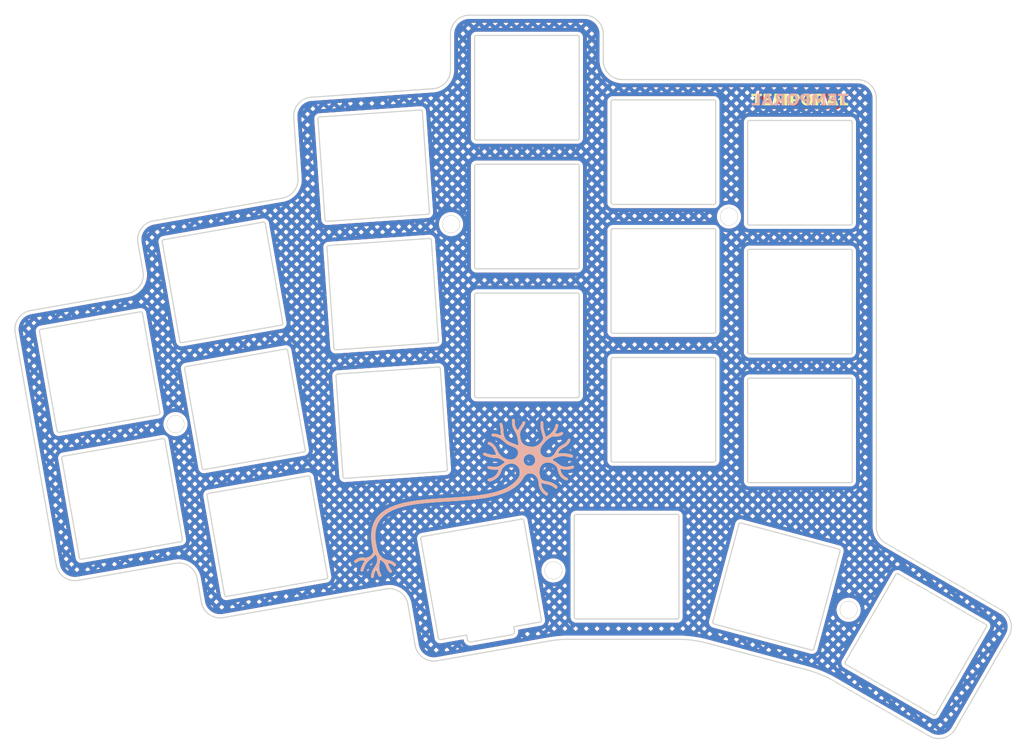
<source format=kicad_pcb>
(kicad_pcb (version 20241229) (generator "pcbnew") (generator_version "9.0")
  (title_block (title "top_plate_42") (date "2025-11-26") (rev "1") (company "Curtis Bollinger"))
  (layers (0 "F.Cu" signal) (2 "B.Cu" signal) (13 "F.Paste" user) (15 "B.Paste" user) (5 "F.SilkS" user "F.Silkscreen") (7 "B.SilkS" user "B.Silkscreen") (1 "F.Mask" user) (3 "B.Mask" user) (25 "Edge.Cuts" user))
  (net 0 "")
  (net 1 "GND")
  (footprint "ceoloide:mounting_hole_npth" (layer "F.Cu") (at 54.090559 73.385346 10)
    (property "Reference" "MH5" (hide yes))
    (property "Value" "")
  )
  (footprint "neuron" (layer "F.Cu") (at 92.172875 83.201437)
    (property "Reference" "G1" (hide yes))
    (property "Value" "G***" (hide yes))
  )
  (footprint "ceoloide:mounting_hole_npth" (layer "F.Cu") (at 142.846837 97.891972 -15)
    (property "Reference" "MH3" (hide yes))
    (property "Value" "")
  )
  (footprint "ceoloide:mounting_hole_npth" (layer "F.Cu") (at 90.422875 47.001437)
    (property "Reference" "MH1" (hide yes))
    (property "Value" "")
  )
  (footprint "ceoloide:mounting_hole_npth" (layer "F.Cu") (at 103.923114 92.693119 10)
    (property "Reference" "MH4" (hide yes))
    (property "Value" "")
  )
  (footprint "ceoloide:mounting_hole_npth" (layer "F.Cu") (at 127.072875 46.001437)
    (property "Reference" "MH2" (hide yes))
    (property "Value" "")
  )
  (gr_line (start 87.557138 48.889529) (end 74.289536 49.81729) (stroke (width 0.15)) (layer "Edge.Cuts"))
  (gr_line (start 36.146028 61.165737) (end 38.455549 74.26368) (stroke (width 0.15)) (layer "Edge.Cuts"))
  (gr_line (start 93.522875 56.351437) (end 93.522875 69.651437) (stroke (width 0.15)) (layer "Edge.Cuts"))
  (gr_line (start 93.522875 39.351437) (end 93.522875 52.651437) (stroke (width 0.15)) (layer "Edge.Cuts"))
  (gr_arc (start 38.745163 74.46647) (mid 38.558395 74.425032) (end 38.455549 74.26368) (stroke (width 0.15)) (layer "Edge.Cuts"))
  (gr_line (start 143.072875 67.321437) (end 129.772875 67.321437) (stroke (width 0.15)) (layer "Edge.Cuts"))
  (gr_arc (start 103.375395 102.005201) (mid 104.672782 101.834399) (end 105.980118 101.777317) (stroke (width 0.15)) (layer "Edge.Cuts"))
  (gr_line (start 125.322875 44.151437) (end 125.322875 30.851437) (stroke (width 0.15)) (layer "Edge.Cuts"))
  (gr_line (start 143.322875 46.871437) (end 143.322875 33.571437) (stroke (width 0.15)) (layer "Edge.Cuts"))
  (gr_line (start 93.772875 35.901437) (end 107.072875 35.901437) (stroke (width 0.15)) (layer "Edge.Cuts"))
  (gr_line (start 129.522875 67.571437) (end 129.522875 80.871437) (stroke (width 0.15)) (layer "Edge.Cuts"))
  (gr_line (start 75.243444 67.04271) (end 76.171205 80.310311) (stroke (width 0.15)) (layer "Edge.Cuts"))
  (gr_arc (start 93.045735 102.125251) (mid 92.746854 102.058978) (end 92.582353 101.800787) (stroke (width 0.15)) (layer "Edge.Cuts"))
  (gr_arc (start 125.322875 61.151437) (mid 125.249637 61.328181) (end 125.072875 61.401437) (stroke (width 0.15)) (layer "Edge.Cuts"))
  (gr_arc (start 111.772875 78.401437) (mid 111.596101 78.328207) (end 111.522875 78.151437) (stroke (width 0.15)) (layer "Edge.Cuts"))
  (gr_line (start 76.438036 80.542263) (end 89.705638 79.614502) (stroke (width 0.15)) (layer "Edge.Cuts"))
  (gr_arc (start 99.732935 85.917804) (mid 99.91971 85.959241) (end 100.022549 86.120594) (stroke (width 0.15)) (layer "Edge.Cuts"))
  (gr_arc (start 143.072875 50.321437) (mid 143.249655 50.394654) (end 143.322875 50.571437) (stroke (width 0.15)) (layer "Edge.Cuts"))
  (gr_line (start 49.136669 49.468428) (end 49.803183 53.248415) (stroke (width 0.15)) (layer "Edge.Cuts"))
  (gr_arc (start 143.072875 67.321437) (mid 143.249655 67.394654) (end 143.322875 67.571437) (stroke (width 0.15)) (layer "Edge.Cuts"))
  (gr_arc (start 93.522875 56.351437) (mid 93.596084 56.174628) (end 93.772875 56.101437) (stroke (width 0.15)) (layer "Edge.Cuts"))
  (gr_arc (start 68.237681 60.037642) (mid 68.196288 60.224472) (end 68.034891 60.327256) (stroke (width 0.15)) (layer "Edge.Cuts"))
  (gr_arc (start 125.072875 30.601437) (mid 125.249655 30.674654) (end 125.322875 30.851437) (stroke (width 0.15)) (layer "Edge.Cuts"))
  (gr_arc (start 57.888967 79.378508) (mid 57.702188 79.337073) (end 57.599353 79.175719) (stroke (width 0.15)) (layer "Edge.Cuts"))
  (gr_line (start 71.993797 30.254279) (end 88.021767 29.133494) (stroke (width 0.15)) (layer "Edge.Cuts"))
  (gr_line (start 98.786581 100.706463) (end 98.682452 100.115919) (stroke (width 0.15)) (layer "Edge.Cuts"))
  (gr_line (start 107.322875 35.651437) (end 107.322875 22.351437) (stroke (width 0.15)) (layer "Edge.Cuts"))
  (gr_arc (start 93.522875 39.351437) (mid 93.596084 39.174628) (end 93.772875 39.101437) (stroke (width 0.15)) (layer "Edge.Cuts"))
  (gr_arc (start 143.322875 46.871437) (mid 143.249637 47.048181) (end 143.072875 47.121437) (stroke (width 0.15)) (layer "Edge.Cuts"))
  (gr_arc (start 86.432202 88.516938) (mid 86.473604 88.330116) (end 86.634992 88.227324) (stroke (width 0.15)) (layer "Edge.Cuts"))
  (gr_arc (start 147.748375 89.116615) (mid 146.833339 88.201545) (end 146.498375 86.951552) (stroke (width 0.15)) (layer "Edge.Cuts"))
  (gr_line (start 120.223694 85.301817) (end 106.923694 85.301817) (stroke (width 0.15)) (layer "Edge.Cuts"))
  (gr_line (start 107.322875 69.651437) (end 107.322875 56.351437) (stroke (width 0.15)) (layer "Edge.Cuts"))
  (gr_arc (start 125.322875 78.151437) (mid 125.249637 78.328181) (end 125.072875 78.401437) (stroke (width 0.15)) (layer "Edge.Cuts"))
  (gr_arc (start 120.473694 98.851817) (mid 120.400464 99.028581) (end 120.223694 99.101817) (stroke (width 0.15)) (layer "Edge.Cuts"))
  (gr_arc (start 128.373246 86.611561) (mid 128.489734 86.459794) (end 128.679433 86.434784) (stroke (width 0.15)) (layer "Edge.Cuts"))
  (gr_arc (start 120.307313 101.777317) (mid 122.265205 101.905646) (end 124.189598 102.28843) (stroke (width 0.15)) (layer "Edge.Cuts"))
  (gr_arc (start 72.871724 33.125532) (mid 72.932441 32.944087) (end 73.103676 32.858702) (stroke (width 0.15)) (layer "Edge.Cuts"))
  (gr_line (start 125.072875 64.601437) (end 111.772875 64.601437) (stroke (width 0.15)) (layer "Edge.Cuts"))
  (gr_arc (start 68.590565 63.478641) (mid 68.777376 63.520046) (end 68.880179 63.681431) (stroke (width 0.15)) (layer "Edge.Cuts"))
  (gr_line (start 90.347375 26.639584) (end 90.347375 21.925937) (stroke (width 0.15)) (layer "Edge.Cuts"))
  (gr_arc (start 71.542584 80.220373) (mid 71.729398 80.261784) (end 71.832198 80.423162) (stroke (width 0.15)) (layer "Edge.Cuts"))
  (gr_line (start 69.674278 32.92258) (end 70.234666 40.936501) (stroke (width 0.15)) (layer "Edge.Cuts"))
  (gr_arc (start 129.522875 67.571437) (mid 129.596084 67.394628) (end 129.772875 67.321437) (stroke (width 0.15)) (layer "Edge.Cuts"))
  (gr_line (start 125.322875 78.151437) (end 125.322875 64.851437) (stroke (width 0.15)) (layer "Edge.Cuts"))
  (gr_circle (center 127.072875 46.001437) (end 128.172875 46.001437) (stroke (width 0.15)) (fill no) (layer "Edge.Cuts"))
  (gr_arc (start 107.998375 19.425937) (mid 109.766145 20.158163) (end 110.498375 21.925937) (stroke (width 0.15)) (layer "Edge.Cuts"))
  (gr_arc (start 107.322875 52.651437) (mid 107.249637 52.828181) (end 107.072875 52.901437) (stroke (width 0.15)) (layer "Edge.Cuts"))
  (gr_arc (start 106.923694 99.101817) (mid 106.746915 99.028593) (end 106.673694 98.851817) (stroke (width 0.15)) (layer "Edge.Cuts"))
  (gr_arc (start 142.500629 105.111096) (mid 142.384141 104.959297) (end 142.409123 104.76959) (stroke (width 0.15)) (layer "Edge.Cuts"))
  (gr_line (start 124.189599 102.288429) (end 137.342844 105.812831) (stroke (width 0.15)) (layer "Edge.Cuts"))
  (gr_line (start 128.373246 86.611561) (end 124.930953 99.458374) (stroke (width 0.15)) (layer "Edge.Cuts"))
  (gr_line (start 72.871724 33.125532) (end 73.799485 46.393134) (stroke (width 0.15)) (layer "Edge.Cuts"))
  (gr_circle (center 142.846837 97.891972) (end 143.946837 97.891972) (stroke (width 0.15)) (fill no) (layer "Edge.Cuts"))
  (gr_line (start 60.394142 98.915805) (end 81.836093 95.13501) (stroke (width 0.15)) (layer "Edge.Cuts"))
  (gr_line (start 153.482619 114.540731) (end 146.922044 110.752981) (stroke (width 0.15)) (layer "Edge.Cuts"))
  (gr_line (start 107.072875 22.101437) (end 93.772875 22.101437) (stroke (width 0.15)) (layer "Edge.Cuts"))
  (gr_line (start 51.164568 46.572288) (end 68.174877 43.572912) (stroke (width 0.15)) (layer "Edge.Cuts"))
  (gr_arc (start 129.522875 50.571437) (mid 129.596084 50.394628) (end 129.772875 50.321437) (stroke (width 0.15)) (layer "Edge.Cuts"))
  (gr_line (start 56.948979 93.774239) (end 57.498002 96.887906) (stroke (width 0.15)) (layer "Edge.Cuts"))
  (gr_arc (start 52.39878 75.308334) (mid 52.585583 75.349746) (end 52.688394 75.511124) (stroke (width 0.15)) (layer "Edge.Cuts"))
  (gr_line (start 75.252176 63.583674) (end 88.519777 62.655913) (stroke (width 0.15)) (layer "Edge.Cuts"))
  (gr_line (start 38.745163 74.46647) (end 51.843106 72.15695) (stroke (width 0.15)) (layer "Edge.Cuts"))
  (gr_line (start 89.937589 79.347672) (end 89.009828 66.08007) (stroke (width 0.15)) (layer "Edge.Cuts"))
  (gr_arc (start 39.098047 77.907469) (mid 39.139483 77.720701) (end 39.300837 77.617855) (stroke (width 0.15)) (layer "Edge.Cuts"))
  (gr_line (start 140.960558 107.311337) (end 146.921948 110.753147) (stroke (width 0.15)) (layer "Edge.Cuts"))
  (gr_line (start 93.772875 52.901437) (end 107.072875 52.901437) (stroke (width 0.15)) (layer "Edge.Cuts"))
  (gr_line (start 160.918767 99.809946) (end 149.400629 93.159946) (stroke (width 0.15)) (layer "Edge.Cuts"))
  (gr_arc (start 129.522875 33.571437) (mid 129.596084 33.394628) (end 129.772875 33.321437) (stroke (width 0.15)) (layer "Edge.Cuts"))
  (gr_line (start 107.322875 52.651437) (end 107.322875 39.351437) (stroke (width 0.15)) (layer "Edge.Cuts"))
  (gr_arc (start 54.936948 62.636777) (mid 54.750125 62.595379) (end 54.647334 62.433987) (stroke (width 0.15)) (layer "Edge.Cuts"))
  (gr_arc (start 60.840986 96.12024) (mid 60.654187 96.078815) (end 60.551372 95.91745) (stroke (width 0.15)) (layer "Edge.Cuts"))
  (gr_line (start 84.732232 97.162909) (end 85.688353 102.585337) (stroke (width 0.15)) (layer "Edge.Cuts"))
  (gr_line (start 71.1897 76.779374) (end 68.880179 63.681431) (stroke (width 0.15)) (layer "Edge.Cuts"))
  (gr_arc (start 49.136669 49.468428) (mid 49.550804 47.600359) (end 51.164568 46.572288) (stroke (width 0.15)) (layer "Edge.Cuts"))
  (gr_line (start 107.072875 56.101437) (end 93.772875 56.101437) (stroke (width 0.15)) (layer "Edge.Cuts"))
  (gr_arc (start 93.772875 69.901437) (mid 93.596101 69.828207) (end 93.522875 69.651437) (stroke (width 0.15)) (layer "Edge.Cuts"))
  (gr_arc (start 76.438036 80.542263) (mid 76.256593 80.481546) (end 76.171205 80.310311) (stroke (width 0.15)) (layer "Edge.Cuts"))
  (gr_arc (start 129.772875 81.121437) (mid 129.596101 81.048207) (end 129.522875 80.871437) (stroke (width 0.15)) (layer "Edge.Cuts"))
  (gr_line (start 68.237681 60.037642) (end 65.92816 46.939699) (stroke (width 0.15)) (layer "Edge.Cuts"))
  (gr_line (start 92.478164 101.209903) (end 92.582353 101.800787) (stroke (width 0.15)) (layer "Edge.Cuts"))
  (gr_line (start 86.432202 88.516938) (end 88.741722 101.614882) (stroke (width 0.15)) (layer "Edge.Cuts"))
  (gr_line (start 138.260729 103.030077) (end 141.703023 90.183264) (stroke (width 0.15)) (layer "Edge.Cuts"))
  (gr_arc (start 156.897683 113.625668) (mid 155.379666 114.790511) (end 153.482619 114.540731) (stroke (width 0.15)) (layer "Edge.Cuts"))
  (gr_arc (start 149.059123 93.251452) (mid 149.210923 93.135012) (end 149.400629 93.159946) (stroke (width 0.15)) (layer "Edge.Cuts"))
  (gr_line (start 54.997915 88.609067) (end 52.688394 75.511124) (stroke (width 0.15)) (layer "Edge.Cuts"))
  (gr_arc (start 93.772875 52.901437) (mid 93.596101 52.828207) (end 93.522875 52.651437) (stroke (width 0.15)) (layer "Edge.Cuts"))
  (gr_line (start 125.072875 30.601437) (end 111.772875 30.601437) (stroke (width 0.15)) (layer "Edge.Cuts"))
  (gr_line (start 54.936948 62.636777) (end 68.034891 60.327256) (stroke (width 0.15)) (layer "Edge.Cuts"))
  (gr_line (start 87.565869 45.430494) (end 86.638108 32.162892) (stroke (width 0.15)) (layer "Edge.Cuts"))
  (gr_line (start 93.045735 102.125251) (end 98.462178 101.170186) (stroke (width 0.15)) (layer "Edge.Cuts"))
  (gr_arc (start 120.223694 85.301817) (mid 120.400469 85.375039) (end 120.473694 85.551817) (stroke (width 0.15)) (layer "Edge.Cuts"))
  (gr_line (start 86.371278 31.930941) (end 73.103676 32.858702) (stroke (width 0.15)) (layer "Edge.Cuts"))
  (gr_arc (start 143.998375 27.925937) (mid 145.766145 28.658163) (end 146.498375 30.425937) (stroke (width 0.15)) (layer "Edge.Cuts"))
  (gr_arc (start 55.289832 66.077775) (mid 55.331265 65.891) (end 55.492622 65.788161) (stroke (width 0.15)) (layer "Edge.Cuts"))
  (gr_line (start 163.973087 101.370708) (end 156.897683 113.625668) (stroke (width 0.15)) (layer "Edge.Cuts"))
  (gr_line (start 98.682452 100.115919) (end 102.12928 99.508151) (stroke (width 0.15)) (layer "Edge.Cuts"))
  (gr_arc (start 52.045896 71.867336) (mid 52.004459 72.054111) (end 51.843106 72.15695) (stroke (width 0.15)) (layer "Edge.Cuts"))
  (gr_line (start 111.522875 64.851437) (end 111.522875 78.151437) (stroke (width 0.15)) (layer "Edge.Cuts"))
  (gr_arc (start 137.342844 105.812831) (mid 139.200812 106.443521) (end 140.960558 107.311337) (stroke (width 0.15)) (layer "Edge.Cuts"))
  (gr_line (start 105.980118 101.777317) (end 120.307313 101.777317) (stroke (width 0.15)) (layer "Edge.Cuts"))
  (gr_line (start 149.059123 93.251452) (end 142.409123 104.76959) (stroke (width 0.15)) (layer "Edge.Cuts"))
  (gr_arc (start 125.322875 44.151437) (mid 125.249637 44.328181) (end 125.072875 44.401437) (stroke (width 0.15)) (layer "Edge.Cuts"))
  (gr_arc (start 111.772875 61.401437) (mid 111.596101 61.328207) (end 111.522875 61.151437) (stroke (width 0.15)) (layer "Edge.Cuts"))
  (gr_arc (start 107.072875 22.101437) (mid 107.249655 22.174654) (end 107.322875 22.351437) (stroke (width 0.15)) (layer "Edge.Cuts"))
  (gr_arc (start 143.072875 33.321437) (mid 143.249655 33.394654) (end 143.322875 33.571437) (stroke (width 0.15)) (layer "Edge.Cuts"))
  (gr_line (start 57.888967 79.378508) (end 70.98691 77.068988) (stroke (width 0.15)) (layer "Edge.Cuts"))
  (gr_line (start 74.057584 50.084121) (end 74.985345 63.351723) (stroke (width 0.15)) (layer "Edge.Cuts"))
  (gr_line (start 111.772875 44.401437) (end 125.072875 44.401437) (stroke (width 0.15)) (layer "Edge.Cuts"))
  (gr_arc (start 74.066315 46.625085) (mid 73.884879 46.564362) (end 73.799485 46.393134) (stroke (width 0.15)) (layer "Edge.Cuts"))
  (gr_line (start 32.944884 61.298121) (end 38.354198 91.975868) (stroke (width 0.15)) (layer "Edge.Cuts"))
  (gr_arc (start 111.522875 47.851437) (mid 111.596084 47.674628) (end 111.772875 47.601437) (stroke (width 0.15)) (layer "Edge.Cuts"))
  (gr_line (start 89.031336 101.817671) (end 92.478164 101.209903) (stroke (width 0.15)) (layer "Edge.Cuts"))
  (gr_arc (start 141.526246 89.877077) (mid 141.678045 89.993565) (end 141.703023 90.183264) (stroke (width 0.15)) (layer "Edge.Cuts"))
  (gr_line (start 49.446761 58.566603) (end 36.348818 60.876123) (stroke (width 0.15)) (layer "Edge.Cuts"))
  (gr_line (start 41.697182 91.208202) (end 54.795125 88.898681) (stroke (width 0.15)) (layer "Edge.Cuts"))
  (gr_line (start 55.289832 66.077775) (end 57.599353 79.175719) (stroke (width 0.15)) (layer "Edge.Cuts"))
  (gr_arc (start 129.772875 47.121437) (mid 129.596101 47.048207) (end 129.522875 46.871437) (stroke (width 0.15)) (layer "Edge.Cuts"))
  (gr_arc (start 86.371278 31.930941) (mid 86.552711 31.991663) (end 86.638108 32.162892) (stroke (width 0.15)) (layer "Edge.Cuts"))
  (gr_line (start 41.250338 94.003767) (end 54.052839 91.74634) (stroke (width 0.15)) (layer "Edge.Cuts"))
  (gr_arc (start 107.072875 39.101437) (mid 107.249655 39.174654) (end 107.322875 39.351437) (stroke (width 0.15)) (layer "Edge.Cuts"))
  (gr_arc (start 74.141719 93.521106) (mid 74.100297 93.707905) (end 73.938929 93.81072) (stroke (width 0.15)) (layer "Edge.Cuts"))
  (gr_line (start 147.748375 89.116615) (end 163.058024 97.955645) (stroke (width 0.15)) (layer "Edge.Cuts"))
  (gr_line (start 88.751729 62.389083) (end 87.823968 49.121481) (stroke (width 0.15)) (layer "Edge.Cuts"))
  (gr_line (start 93.522875 22.351437) (end 93.522875 35.651437) (stroke (width 0.15)) (layer "Edge.Cuts"))
  (gr_arc (start 54.052839 91.74634) (mid 55.920901 92.160479) (end 56.948979 93.774239) (stroke (width 0.15)) (layer "Edge.Cuts"))
  (gr_arc (start 90.347375 21.925937) (mid 91.079593 20.158137) (end 92.847375 19.425937) (stroke (width 0.15)) (layer "Edge.Cuts"))
  (gr_line (start 112.998375 27.925937) (end 143.998375 27.925937) (stroke (width 0.15)) (layer "Edge.Cuts"))
  (gr_line (start 129.772875 81.121437) (end 143.072875 81.121437) (stroke (width 0.15)) (layer "Edge.Cuts"))
  (gr_arc (start 71.1897 76.779374) (mid 71.148293 76.966188) (end 70.98691 77.068988) (stroke (width 0.15)) (layer "Edge.Cuts"))
  (gr_arc (start 102.332069 99.218537) (mid 102.290678 99.405367) (end 102.12928 99.508151) (stroke (width 0.15)) (layer "Edge.Cuts"))
  (gr_line (start 68.590565 63.478641) (end 55.492622 65.788161) (stroke (width 0.15)) (layer "Edge.Cuts"))
  (gr_arc (start 60.394142 98.915805) (mid 58.52607 98.501675) (end 57.498002 96.887906) (stroke (width 0.15)) (layer "Edge.Cuts"))
  (gr_arc (start 52.337813 49.336044) (mid 52.379212 49.149221) (end 52.540603 49.04643) (stroke (width 0.15)) (layer "Edge.Cuts"))
  (gr_arc (start 88.742998 65.848118) (mid 88.924425 65.908847) (end 89.009828 66.08007) (stroke (width 0.15)) (layer "Edge.Cuts"))
  (gr_line (start 129.522875 50.571437) (end 129.522875 63.871437) (stroke (width 0.15)) (layer "Edge.Cuts"))
  (gr_line (start 52.337813 49.336044) (end 54.647334 62.433987) (stroke (width 0.15)) (layer "Edge.Cuts"))
  (gr_line (start 47.775284 56.144555) (end 34.972783 58.401982) (stroke (width 0.15)) (layer "Edge.Cuts"))
  (gr_arc (start 125.072875 64.601437) (mid 125.249655 64.674654) (end 125.322875 64.851437) (stroke (width 0.15)) (layer "Edge.Cuts"))
  (gr_arc (start 143.322875 80.871437) (mid 143.249637 81.048181) (end 143.072875 81.121437) (stroke (width 0.15)) (layer "Edge.Cuts"))
  (gr_arc (start 125.10773 99.764561) (mid 124.955918 99.648085) (end 124.930953 99.458374) (stroke (width 0.15)) (layer "Edge.Cuts"))
  (gr_arc (start 65.638546 46.736909) (mid 65.825376 46.778303) (end 65.92816 46.939699) (stroke (width 0.15)) (layer "Edge.Cuts"))
  (gr_arc (start 93.522875 22.351437) (mid 93.596084 22.174628) (end 93.772875 22.101437) (stroke (width 0.15)) (layer "Edge.Cuts"))
  (gr_line (start 74.066315 46.625085) (end 87.333917 45.697324) (stroke (width 0.15)) (layer "Edge.Cuts"))
  (gr_arc (start 143.322875 63.871437) (mid 143.249637 64.048181) (end 143.072875 64.121437) (stroke (width 0.15)) (layer "Edge.Cuts"))
  (gr_arc (start 87.557138 48.889529) (mid 87.738601 48.950235) (end 87.823968 49.121481) (stroke (width 0.15)) (layer "Edge.Cuts"))
  (gr_arc (start 138.260729 103.030077) (mid 138.144253 103.18192) (end 137.954543 103.206854) (stroke (width 0.15)) (layer "Edge.Cuts"))
  (gr_arc (start 74.057584 50.084121) (mid 74.118304 49.902671) (end 74.289536 49.81729) (stroke (width 0.15)) (layer "Edge.Cuts"))
  (gr_line (start 99.732935 85.917804) (end 86.634992 88.227324) (stroke (width 0.15)) (layer "Edge.Cuts"))
  (gr_arc (start 58.241851 82.819507) (mid 58.283265 82.632693) (end 58.444641 82.529893) (stroke (width 0.15)) (layer "Edge.Cuts"))
  (gr_arc (start 54.997915 88.609067) (mid 54.956511 88.795889) (end 54.795125 88.898681) (stroke (width 0.15)) (layer "Edge.Cuts"))
  (gr_line (start 65.638546 46.736909) (end 52.540603 49.04643) (stroke (width 0.15)) (layer "Edge.Cuts"))
  (gr_line (start 141.526246 89.877077) (end 128.679433 86.434784) (stroke (width 0.15)) (layer "Edge.Cuts"))
  (gr_line (start 106.673694 85.551817) (end 106.673694 98.851817) (stroke (width 0.15)) (layer "Edge.Cuts"))
  (gr_line (start 129.772875 64.121437) (end 143.072875 64.121437) (stroke (width 0.15)) (layer "Edge.Cuts"))
  (gr_line (start 143.322875 80.871437) (end 143.322875 67.571437) (stroke (width 0.15)) (layer "Edge.Cuts"))
  (gr_arc (start 69.674278 32.92258) (mid 70.281418 31.108045) (end 71.993797 30.254279) (stroke (width 0.15)) (layer "Edge.Cuts"))
  (gr_line (start 107.998375 19.425937) (end 92.847375 19.425937) (stroke (width 0.15)) (layer "Edge.Cuts"))
  (gr_arc (start 81.836093 95.13501) (mid 83.704139 95.549157) (end 84.732232 97.162909) (stroke (width 0.15)) (layer "Edge.Cuts"))
  (gr_circle (center 54.090559 73.385346) (end 55.190559 73.385346) (stroke (width 0.15)) (fill no) (layer "Edge.Cuts"))
  (gr_line (start 110.498375 25.425937) (end 110.498375 21.925937) (stroke (width 0.15)) (layer "Edge.Cuts"))
  (gr_line (start 143.322875 63.871437) (end 143.322875 50.571437) (stroke (width 0.15)) (layer "Edge.Cuts"))
  (gr_arc (start 107.322875 69.651437) (mid 107.249637 69.828181) (end 107.072875 69.901437) (stroke (width 0.15)) (layer "Edge.Cuts"))
  (gr_arc (start 41.697182 91.208202) (mid 41.510395 91.166774) (end 41.407568 91.005412) (stroke (width 0.15)) (layer "Edge.Cuts"))
  (gr_arc (start 111.772875 44.401437) (mid 111.596101 44.328207) (end 111.522875 44.151437) (stroke (width 0.15)) (layer "Edge.Cuts"))
  (gr_line (start 60.840986 96.12024) (end 73.938929 93.81072) (stroke (width 0.15)) (layer "Edge.Cuts"))
  (gr_arc (start 49.803183 53.248415) (mid 49.389025 55.116446) (end 47.775284 56.144555) (stroke (width 0.15)) (layer "Edge.Cuts"))
  (gr_arc (start 41.250338 94.003767) (mid 39.382279 93.589626) (end 38.354198 91.975868) (stroke (width 0.15)) (layer "Edge.Cuts"))
  (gr_line (start 111.522875 30.851437) (end 111.522875 44.151437) (stroke (width 0.15)) (layer "Edge.Cuts"))
  (gr_arc (start 87.565869 45.430494) (mid 87.505141 45.61192) (end 87.333917 45.697324) (stroke (width 0.15)) (layer "Edge.Cuts"))
  (gr_arc (start 111.522875 30.851437) (mid 111.596084 30.674628) (end 111.772875 30.601437) (stroke (width 0.15)) (layer "Edge.Cuts"))
  (gr_arc (start 49.446761 58.566603) (mid 49.633582 58.608004) (end 49.736375 58.769392) (stroke (width 0.15)) (layer "Edge.Cuts"))
  (gr_arc (start 106.673694 85.551817) (mid 106.746911 85.375027) (end 106.923694 85.301817) (stroke (width 0.15)) (layer "Edge.Cuts"))
  (gr_line (start 143.072875 50.321437) (end 129.772875 50.321437) (stroke (width 0.15)) (layer "Edge.Cuts"))
  (gr_line (start 154.360274 111.66959) (end 161.010273 100.151452) (stroke (width 0.15)) (layer "Edge.Cuts"))
  (gr_circle (center 103.923114 92.693119) (end 105.023114 92.693119) (stroke (width 0.15)) (fill no) (layer "Edge.Cuts"))
  (gr_line (start 93.772875 69.901437) (end 107.072875 69.901437) (stroke (width 0.15)) (layer "Edge.Cuts"))
  (gr_line (start 125.072875 47.601437) (end 111.772875 47.601437) (stroke (width 0.15)) (layer "Edge.Cuts"))
  (gr_line (start 52.045896 71.867336) (end 49.736375 58.769392) (stroke (width 0.15)) (layer "Edge.Cuts"))
  (gr_line (start 143.072875 33.321437) (end 129.772875 33.321437) (stroke (width 0.15)) (layer "Edge.Cuts"))
  (gr_arc (start 107.322875 35.651437) (mid 107.249637 35.828181) (end 107.072875 35.901437) (stroke (width 0.15)) (layer "Edge.Cuts"))
  (gr_line (start 125.10773 99.764561) (end 137.954543 103.206854) (stroke (width 0.15)) (layer "Edge.Cuts"))
  (gr_arc (start 160.918767 99.809946) (mid 161.035295 99.961751) (end 161.010273 100.151452) (stroke (width 0.15)) (layer "Edge.Cuts"))
  (gr_arc (start 98.786641 100.706804) (mid 98.720444 101.005654) (end 98.462338 101.170158) (stroke (width 0.15)) (layer "Edge.Cuts"))
  (gr_arc (start 36.146028 61.165737) (mid 36.187431 60.978922) (end 36.348818 60.876123) (stroke (width 0.15)) (layer "Edge.Cuts"))
  (gr_circle (center 90.422875 47.001437) (end 91.522875 47.001437) (stroke (width 0.15)) (fill no) (layer "Edge.Cuts"))
  (gr_line (start 111.772875 78.401437) (end 125.072875 78.401437) (stroke (width 0.15)) (layer "Edge.Cuts"))
  (gr_arc (start 89.031336 101.817671) (mid 88.844522 101.776267) (end 88.741722 101.614881) (stroke (width 0.15)) (layer "Edge.Cuts"))
  (gr_line (start 58.241851 82.819507) (end 60.551372 95.91745) (stroke (width 0.15)) (layer "Edge.Cuts"))
  (gr_arc (start 163.058024 97.955645) (mid 164.222822 99.473661) (end 163.973087 101.370708) (stroke (width 0.15)) (layer "Edge.Cuts"))
  (gr_line (start 142.500629 105.111096) (end 154.018767 111.761096) (stroke (width 0.15)) (layer "Edge.Cuts"))
  (gr_line (start 39.098047 77.907469) (end 41.407568 91.005412) (stroke (width 0.15)) (layer "Edge.Cuts"))
  (gr_line (start 146.498375 86.951552) (end 146.498375 30.425937) (stroke (width 0.15)) (layer "Edge.Cuts"))
  (gr_arc (start 70.234666 40.936501) (mid 69.710783 42.650039) (end 68.174877 43.572912) (stroke (width 0.15)) (layer "Edge.Cuts"))
  (gr_line (start 88.742998 65.848118) (end 75.475396 66.775879) (stroke (width 0.15)) (layer "Edge.Cuts"))
  (gr_arc (start 75.252175 63.583674) (mid 75.070703 63.522974) (end 74.985345 63.351722) (stroke (width 0.15)) (layer "Edge.Cuts"))
  (gr_arc (start 75.243444 67.042709) (mid 75.304172 66.861285) (end 75.475396 66.775879) (stroke (width 0.15)) (layer "Edge.Cuts"))
  (gr_arc (start 154.360274 111.66959) (mid 154.208476 111.786055) (end 154.018767 111.761096) (stroke (width 0.15)) (layer "Edge.Cuts"))
  (gr_line (start 125.322875 61.151437) (end 125.322875 47.851437) (stroke (width 0.15)) (layer "Edge.Cuts"))
  (gr_line (start 74.141719 93.521106) (end 71.832198 80.423162) (stroke (width 0.15)) (layer "Edge.Cuts"))
  (gr_arc (start 111.522875 64.851437) (mid 111.596084 64.674628) (end 111.772875 64.601437) (stroke (width 0.15)) (layer "Edge.Cuts"))
  (gr_line (start 120.473694 98.851817) (end 120.473694 85.551817) (stroke (width 0.15)) (layer "Edge.Cuts"))
  (gr_line (start 129.522875 33.571437) (end 129.522875 46.871437) (stroke (width 0.15)) (layer "Edge.Cuts"))
  (gr_line (start 52.39878 75.308334) (end 39.300837 77.617855) (stroke (width 0.15)) (layer "Edge.Cuts"))
  (gr_arc (start 88.584493 104.613236) (mid 86.716445 104.199084) (end 85.688353 102.585337) (stroke (width 0.15)) (layer "Edge.Cuts"))
  (gr_line (start 102.332069 99.218537) (end 100.022549 86.120593) (stroke (width 0.15)) (layer "Edge.Cuts"))
  (gr_arc (start 89.937589 79.347672) (mid 89.876871 79.529118) (end 89.705637 79.614502) (stroke (width 0.15)) (layer "Edge.Cuts"))
  (gr_arc (start 125.072875 47.601437) (mid 125.249655 47.674654) (end 125.322875 47.851437) (stroke (width 0.15)) (layer "Edge.Cuts"))
  (gr_line (start 129.772875 47.121437) (end 143.072875 47.121437) (stroke (width 0.15)) (layer "Edge.Cuts"))
  (gr_line (start 106.923694 99.101817) (end 120.223694 99.101817) (stroke (width 0.15)) (layer "Edge.Cuts"))
  (gr_arc (start 93.772875 35.901437) (mid 93.596101 35.828207) (end 93.522875 35.651437) (stroke (width 0.15)) (layer "Edge.Cuts"))
  (gr_line (start 111.772875 61.401437) (end 125.072875 61.401437) (stroke (width 0.15)) (layer "Edge.Cuts"))
  (gr_arc (start 129.772875 64.121437) (mid 129.596101 64.048207) (end 129.522875 63.871437) (stroke (width 0.15)) (layer "Edge.Cuts"))
  (gr_line (start 111.522875 47.851437) (end 111.522875 61.151437) (stroke (width 0.15)) (layer "Edge.Cuts"))
  (gr_arc (start 88.751729 62.389083) (mid 88.691009 62.570534) (end 88.519777 62.655913) (stroke (width 0.15)) (layer "Edge.Cuts"))
  (gr_arc (start 107.072875 56.101437) (mid 107.249655 56.174654) (end 107.322875 56.351437) (stroke (width 0.15)) (layer "Edge.Cuts"))
  (gr_line (start 71.542584 80.220373) (end 58.444641 82.529893) (stroke (width 0.15)) (layer "Edge.Cuts"))
  (gr_arc (start 32.944884 61.298121) (mid 33.359023 59.43006) (end 34.972783 58.401982) (stroke (width 0.15)) (layer "Edge.Cuts"))
  (gr_arc (start 112.998375 27.925937) (mid 111.230611 27.193697) (end 110.498375 25.425937) (stroke (width 0.15)) (layer "Edge.Cuts"))
  (gr_arc (start 90.347375 26.639584) (mid 89.675764 28.344581) (end 88.021767 29.133494) (stroke (width 0.15)) (layer "Edge.Cuts"))
  (gr_line (start 107.072875 39.101437) (end 93.772875 39.101437) (stroke (width 0.15)) (layer "Edge.Cuts"))
  (gr_line (start 88.584493 104.613236) (end 103.375395 102.005201) (stroke (width 0.15)) (layer "Edge.Cuts"))
  (gr_text "TEMPORAL" (at 136.422875 30.701437 0) (layer "F.SilkS") (effects (font (size 1.5 1.5))))
  (gr_text "TEMPORAL" (at 136.422875 30.701437 0) (layer "B.SilkS") (effects (font (size 1.5 1.5)) (justify mirror)))
  (zone (net 0) (net_name "") (layer "F.Cu") (name "TEXT_TEMPORAL_3") (connect_pads (clearance 0)) (min_thickness 0.25)
    (keepout (tracks allowed) (vias allowed) (pads allowed) (copperpour not_allowed) (footprints allowed))
    (fill (thermal_gap 0.5) (thermal_bridge_width 0.5))
    (polygon (pts (xy 135.941247 29.795378) (xy 136.033796 29.816531) (xy 136.119205 29.852528) (xy 136.192432 29.902718) (xy 136.252938 29.96664) (xy 136.298494 30.043493) (xy 136.326549 30.130614) (xy 136.336413 30.233636) (xy 136.326297 30.336682) (xy 136.297487 30.423871) (xy 136.251065 30.500701) (xy 136.190234 30.564647) (xy 136.117166 30.61484) (xy 136.032605 30.650834) (xy 135.941002 30.671896) (xy 135.840356 30.679135) (xy 135.575566 30.679135) (xy 135.575566 31.22227) (xy 135.567372 31.279676) (xy 135.546165 31.315052) (xy 135.510899 31.336264) (xy 135.45375 31.344453) (xy 135.398447 31.336338) (xy 135.363441 31.315052) (xy 135.342229 31.279698) (xy 135.33404 31.222454) (xy 135.33404 30.456386) (xy 135.575566 30.456386) (xy 135.840264 30.456386) (xy 135.891551 30.452861) (xy 135.9379 30.442647) (xy 135.980646 30.425168) (xy 136.01676 30.401248) (xy 136.04676 30.370452) (xy 136.070249 30.33228) (xy 136.084943 30.288288) (xy 136.090216 30.233636) (xy 136.081308 30.162346) (xy 136.056623 30.107879) (xy 136.016669 30.066116) (xy 135.96521 30.035802) (xy 135.90698 30.017304) (xy 135.840264 30.010887) (xy 135.670088 30.010887) (xy 135.627883 30.017227) (xy 135.599655 30.034243) (xy 135.582124 30.061901) (xy 135.575566 30.104218) (xy 135.575566 30.456386) (xy 135.33404 30.456386) (xy 135.33404 30.104218) (xy 135.33404 29.973243) (xy 135.339842 29.911756) (xy 135.3554 29.866449) (xy 135.379195 29.833383) (xy 135.412266 29.809533) (xy 135.457548 29.793948) (xy 135.518963 29.788137) (xy 135.840539 29.788137)))
  )
  (zone (net 0) (net_name "") (layer "F.Cu") (name "TEXT_TEMPORAL_1") (connect_pads (clearance 0)) (min_thickness 0.25)
    (keepout (tracks allowed) (vias allowed) (pads allowed) (copperpour not_allowed) (footprints allowed))
    (fill (thermal_gap 0.5) (thermal_bridge_width 0.5))
    (polygon (pts (xy 137.160258 29.779801) (xy 137.246983 29.805568) (xy 137.31772 29.846206) (xy 137.379553 29.901105) (xy 137.431058 29.964909) (xy 137.472783 30.038547) (xy 137.518309 30.159154) (xy 137.547155 30.291888) (xy 137.562289 30.426952) (xy 137.567122 30.550542) (xy 137.562285 30.678269) (xy 137.547155 30.817529) (xy 137.517942 30.954019) (xy 137.471684 31.076183) (xy 137.429362 31.150558) (xy 137.377506 31.215066) (xy 137.315613 31.27063) (xy 137.244829 31.311973) (xy 137.158748 31.338057) (xy 137.053571 31.347384) (xy 136.947095 31.337997) (xy 136.860799 31.311863) (xy 136.790613 31.27063) (xy 136.729333 31.215134) (xy 136.677767 31.150629) (xy 136.635458 31.076183) (xy 136.589177 30.954304) (xy 136.559987 30.819636) (xy 136.544924 30.68248) (xy 136.540116 30.556953) (xy 136.781637 30.556953) (xy 136.790064 30.725297) (xy 136.803605 30.820296) (xy 136.826883 30.909395) (xy 136.862527 30.991222) (xy 136.91014 31.057773) (xy 136.950166 31.09148) (xy 136.997246 31.111722) (xy 137.053571 31.118773) (xy 137.111264 31.111641) (xy 137.158603 31.09133) (xy 137.19801 31.057773) (xy 137.244883 30.991289) (xy 137.280259 30.909395) (xy 137.303607 30.820292) (xy 137.31717 30.725297) (xy 137.325597 30.556953) (xy 137.31717 30.390624) (xy 137.303578 30.295697) (xy 137.280259 30.207533) (xy 137.244943 30.126579) (xy 137.19801 30.060255) (xy 137.158596 30.026643) (xy 137.111258 30.006304) (xy 137.053571 29.999163) (xy 136.997253 30.006222) (xy 136.950173 30.026492) (xy 136.91014 30.060255) (xy 136.862527 30.126806) (xy 136.826883 30.208632) (xy 136.803585 30.297533) (xy 136.790064 30.391723) (xy 136.781637 30.556953) (xy 136.540116 30.556953) (xy 136.540112 30.556861) (xy 136.544692 30.431274) (xy 136.558979 30.295094) (xy 136.587097 30.161423) (xy 136.632344 30.040654) (xy 136.67403 29.966961) (xy 136.725532 29.902807) (xy 136.787407 29.847305) (xy 136.85831 29.806111) (xy 136.945653 29.779956) (xy 137.053571 29.770552)))
  )
  (zone (net 0) (net_name "") (layer "F.Cu") (name "TEXT_TEMPORAL_4") (connect_pads (clearance 0)) (min_thickness 0.25)
    (keepout (tracks allowed) (vias allowed) (pads allowed) (copperpour not_allowed) (footprints allowed))
    (fill (thermal_gap 0.5) (thermal_bridge_width 0.5))
    (polygon (pts (xy 138.458903 29.795378) (xy 138.551451 29.816531) (xy 138.63687 29.852578) (xy 138.710087 29.902718) (xy 138.770588 29.966655) (xy 138.81615 30.043585) (xy 138.844207 30.130785) (xy 138.854068 30.23382) (xy 138.848052 30.315417) (xy 138.830896 30.386227) (xy 138.802684 30.450956) (xy 138.765683 30.50612) (xy 138.71992 30.553969) (xy 138.665757 30.595421) (xy 138.605304 30.628377) (xy 138.538537 30.652116) (xy 138.805159 31.192961) (xy 138.825093 31.246124) (xy 138.828212 31.282435) (xy 138.819905 31.307633) (xy 138.800912 31.3262) (xy 138.767562 31.339207) (xy 138.712835 31.344453) (xy 138.666927 31.340189) (xy 138.63196 31.328608) (xy 138.602957 31.306983) (xy 138.576273 31.268615) (xy 138.294905 30.679135) (xy 138.093221 30.679135) (xy 138.093221 31.22227) (xy 138.085027 31.279676) (xy 138.063821 31.315052) (xy 138.028555 31.336264) (xy 137.971405 31.344453) (xy 137.916102 31.336338) (xy 137.881096 31.315052) (xy 137.859884 31.279698) (xy 137.851696 31.222454) (xy 137.851696 30.456386) (xy 138.093221 30.456386) (xy 138.35792 30.456386) (xy 138.409206 30.452861) (xy 138.455556 30.442647) (xy 138.498301 30.425168) (xy 138.534416 30.401248) (xy 138.564416 30.370452) (xy 138.587905 30.33228) (xy 138.602598 30.288288) (xy 138.607872 30.233636) (xy 138.599062 30.162259) (xy 138.574684 30.107798) (xy 138.535331 30.066116) (xy 138.484526 30.035926) (xy 138.426026 30.01737) (xy 138.35792 30.010887) (xy 138.187743 30.010887) (xy 138.145538 30.017227) (xy 138.11731 30.034243) (xy 138.09978 30.061901) (xy 138.093221 30.104218) (xy 138.093221 30.456386) (xy 137.851696 30.456386) (xy 137.851696 30.104218) (xy 137.851696 29.973243) (xy 137.857498 29.911756) (xy 137.873056 29.866449) (xy 137.89685 29.833383) (xy 137.929922 29.809533) (xy 137.975203 29.793948) (xy 138.036618 29.788137) (xy 138.358194 29.788137)))
  )
  (zone (net 0) (net_name "") (layer "F.Cu") (name "TEXT_TEMPORAL_5") (connect_pads (clearance 0)) (min_thickness 0.25)
    (keepout (tracks allowed) (vias allowed) (pads allowed) (copperpour not_allowed) (footprints allowed))
    (fill (thermal_gap 0.5) (thermal_bridge_width 0.5))
    (polygon (pts (xy 132.139069 31.213661) (xy 132.130926 31.270924) (xy 132.109852 31.306259) (xy 132.074882 31.32748) (xy 132.018261 31.33566) (xy 131.963302 31.327595) (xy 131.927677 31.306259) (xy 131.90591 31.270831) (xy 131.897544 31.213661) (xy 131.897544 30.016749) (xy 131.606284 30.016749) (xy 131.556671 30.008632) (xy 131.522387 29.986341) (xy 131.500901 29.951318) (xy 131.493077 29.901436) (xy 131.500966 29.851666) (xy 131.522478 29.817538) (xy 131.55677 29.796023) (xy 131.60665 29.788137) (xy 132.434725 29.788137) (xy 132.48451 29.796023) (xy 132.518714 29.817538) (xy 132.540297 29.851675) (xy 132.548207 29.901436) (xy 132.540297 29.951285) (xy 132.518531 29.986341) (xy 132.483935 30.008617) (xy 132.433718 30.016749) (xy 132.139069 30.016749)))
  )
  (zone (net 0) (net_name "") (layer "F.Cu") (name "TEXT_TEMPORAL_2") (connect_pads (clearance 0)) (min_thickness 0.25)
    (keepout (tracks allowed) (vias allowed) (pads allowed) (copperpour not_allowed) (footprints allowed))
    (fill (thermal_gap 0.5) (thermal_bridge_width 0.5))
    (polygon (pts (xy 139.64463 29.777756) (xy 139.69863 29.80554) (xy 139.738868 29.851415) (xy 139.767964 29.921311) (xy 140.099707 31.189389) (xy 140.108225 31.242656) (xy 140.10408 31.280843) (xy 140.090273 31.308458) (xy 140.067138 31.329061) (xy 140.03433 31.342392) (xy 139.988424 31.347384) (xy 139.941959 31.341796) (xy 139.911762 31.327325) (xy 139.889901 31.303524) (xy 139.875034 31.26944) (xy 139.793152 30.942918) (xy 139.347927 30.942918) (xy 139.266045 31.26944) (xy 139.250988 31.305124) (xy 139.229225 31.328424) (xy 139.199209 31.342072) (xy 139.152655 31.347384) (xy 139.105323 31.342315) (xy 139.072298 31.328926) (xy 139.049707 31.308458) (xy 139.036493 31.280933) (xy 139.032702 31.242742) (xy 139.041372 31.189389) (xy 139.157991 30.743615) (xy 139.398302 30.743615) (xy 139.742685 30.743615) (xy 139.581027 30.106142) (xy 139.570494 30.091396) (xy 139.560052 30.106142) (xy 139.398302 30.743615) (xy 139.157991 30.743615) (xy 139.373115 29.921311) (xy 139.40214 29.851417) (xy 139.442358 29.80554) (xy 139.496423 29.77775) (xy 139.570494 29.767621)))
  )
  (zone (net 0) (net_name "") (layer "F.Cu") (name "TEXT_TEMPORAL_0") (connect_pads (clearance 0)) (min_thickness 0.25)
    (keepout (tracks allowed) (vias allowed) (pads allowed) (copperpour not_allowed) (footprints allowed))
    (fill (thermal_gap 0.5) (thermal_bridge_width 0.5))
    (polygon (pts (xy 135.052158 31.283233) (xy 135.031424 31.317983) (xy 134.997344 31.339306) (xy 134.943862 31.347384) (xy 134.890051 31.339337) (xy 134.855111 31.317983) (xy 134.833611 31.283135) (xy 134.825527 31.229598) (xy 134.825527 30.052286) (xy 134.664052 30.701942) (xy 134.647445 30.744925) (xy 134.621096 30.773383) (xy 134.585417 30.790337) (xy 134.538206 30.796464) (xy 134.49114 30.790346) (xy 134.455407 30.773383) (xy 134.429079 30.744923) (xy 134.412543 30.701942) (xy 134.251068 30.052286) (xy 134.251068 31.229598) (xy 134.242984 31.283135) (xy 134.221484 31.317983) (xy 134.186543 31.339337) (xy 134.132732 31.347384) (xy 134.07917 31.339302) (xy 134.045079 31.317983) (xy 134.024415 31.283242) (xy 134.016595 31.229598) (xy 134.016595 29.991286) (xy 134.022863 29.918399) (xy 134.039612 29.864557) (xy 134.064955 29.825232) (xy 134.10089 29.796092) (xy 134.149336 29.777432) (xy 134.21434 29.770552) (xy 134.288197 29.780052) (xy 134.338446 29.805265) (xy 134.374865 29.846988) (xy 134.399445 29.909312) (xy 134.538297 30.479009) (xy 134.677149 29.909312) (xy 134.702651 29.847367) (xy 134.742362 29.805265) (xy 134.795924 29.77984) (xy 134.868575 29.770552) (xy 134.929365 29.77717) (xy 134.975899 29.79535) (xy 135.011548 29.824133) (xy 135.037059 29.862779) (xy 135.05378 29.915001) (xy 135.06 29.984967) (xy 135.06 31.229598)))
  )
  (zone (net 0) (net_name "") (layer "F.Cu") (name "TEXT_TEMPORAL_6") (connect_pads (clearance 0)) (min_thickness 0.25)
    (keepout (tracks allowed) (vias allowed) (pads allowed) (copperpour not_allowed) (footprints allowed))
    (fill (thermal_gap 0.5) (thermal_bridge_width 0.5))
    (polygon (pts (xy 133.690521 29.796077) (xy 133.722129 29.817263) (xy 133.741348 29.850639) (xy 133.748416 29.898505) (xy 133.741278 29.948131) (xy 133.722129 29.981761) (xy 133.690521 30.002947) (xy 133.641163 30.010887) (xy 133.16553 30.010887) (xy 133.12566 30.016825) (xy 133.101325 30.032228) (xy 133.086863 30.057224) (xy 133.081358 30.096067) (xy 133.081358 30.415353) (xy 133.570546 30.415353) (xy 133.618677 30.423316) (xy 133.653528 30.445578) (xy 133.675942 30.480144) (xy 133.683936 30.527735) (xy 133.67591 30.57517) (xy 133.653528 30.608977) (xy 133.618772 30.630394) (xy 133.570546 30.638103) (xy 133.081358 30.638103) (xy 133.081358 31.016557) (xy 133.087126 31.055117) (xy 133.102424 31.080121) (xy 133.127306 31.095429) (xy 133.16553 31.101187) (xy 133.641163 31.101187) (xy 133.690521 31.109127) (xy 133.722129 31.130313) (xy 133.741274 31.163955) (xy 133.748416 31.213661) (xy 133.741351 31.261447) (xy 133.722129 31.294811) (xy 133.690521 31.315997) (xy 133.641163 31.323937) (xy 133.024938 31.323937) (xy 132.963397 31.318123) (xy 132.918062 31.302533) (xy 132.884987 31.278691) (xy 132.861192 31.245625) (xy 132.845634 31.200318) (xy 132.839832 31.138831) (xy 132.839832 29.973335) (xy 132.845636 29.911785) (xy 132.861196 29.866451) (xy 132.884987 29.833383) (xy 132.918062 29.809541) (xy 132.963397 29.793951) (xy 133.024938 29.788137) (xy 133.641163 29.788137)))
  )
  (zone (net 0) (net_name "") (layer "F.Cu") (name "TEXT_TEMPORAL_7") (connect_pads (clearance 0)) (min_thickness 0.25)
    (keepout (tracks allowed) (vias allowed) (pads allowed) (copperpour not_allowed) (footprints allowed))
    (fill (thermal_gap 0.5) (thermal_bridge_width 0.5))
    (polygon (pts (xy 140.634128 29.775832) (xy 140.669403 29.797113) (xy 140.690612 29.832391) (xy 140.698804 29.88962) (xy 140.698804 30.992285) (xy 140.705767 31.040023) (xy 140.723992 31.070138) (xy 140.754018 31.088362) (xy 140.801661 31.095325) (xy 141.246702 31.095325) (xy 141.296407 31.103207) (xy 141.330599 31.124726) (xy 141.352111 31.158854) (xy 141.36 31.208623) (xy 141.351898 31.258399) (xy 141.3295 31.293528) (xy 141.294367 31.315852) (xy 141.244504 31.323937) (xy 140.660885 31.323937) (xy 140.594216 31.317513) (xy 140.54449 31.30018) (xy 140.507653 31.27347) (xy 140.480999 31.236582) (xy 140.463694 31.186768) (xy 140.457278 31.119963) (xy 140.457278 29.889529) (xy 140.465467 29.832379) (xy 140.486679 29.797113) (xy 140.521694 29.775759) (xy 140.576988 29.767621)))
  )
  (zone (net 1) (net_name "GND") (layer "F.Cu") (connect_pads (clearance 0.2)) (min_thickness 0.2) (fill yes (mode hatch) (thermal_gap 0.254) (thermal_bridge_width 0.4) (smoothing fillet) (radius 0.5) (hatch_thickness 0.5) (hatch_gap 0.5) (hatch_orientation 45) (hatch_smoothing_level 1) (hatch_smoothing_value 0.1) (hatch_border_algorithm hatch_thickness) (hatch_min_hole_area 0.3))
    (polygon (pts (xy 30.944884 17.425937) (xy 165.973087 17.425937) (xy 165.973087 116.540731) (xy 30.944884 116.540731)))
  )
  (zone (net 1) (net_name "GND") (layer "B.Cu") (connect_pads (clearance 0.2)) (min_thickness 0.2) (fill yes (mode hatch) (thermal_gap 0.254) (thermal_bridge_width 0.4) (smoothing fillet) (radius 0.5) (hatch_thickness 0.5) (hatch_gap 0.5) (hatch_orientation 45) (hatch_smoothing_level 1) (hatch_smoothing_value 0.1) (hatch_border_algorithm hatch_thickness) (hatch_min_hole_area 0.3))
    (polygon (pts (xy 30.944884 17.425937) (xy 165.973087 17.425937) (xy 165.973087 116.540731) (xy 30.944884 116.540731)))
  )
  (zone (net 0) (net_name "") (layer "B.Cu") (name "TEXT_TEMPORAL_1") (connect_pads (clearance 0)) (min_thickness 0.25)
    (keepout (tracks allowed) (vias allowed) (pads allowed) (copperpour not_allowed) (footprints allowed))
    (fill (thermal_gap 0.5) (thermal_bridge_width 0.5))
    (polygon (pts (xy 135.900096 29.779956) (xy 135.987439 29.806111) (xy 136.058342 29.847305) (xy 136.120217 29.902807) (xy 136.171719 29.966961) (xy 136.213405 30.040654) (xy 136.258652 30.161423) (xy 136.28677 30.295094) (xy 136.301057 30.431274) (xy 136.305637 30.556861) (xy 136.300825 30.68248) (xy 136.285762 30.819636) (xy 136.256572 30.954304) (xy 136.210291 31.076183) (xy 136.167982 31.150629) (xy 136.116416 31.215134) (xy 136.055136 31.27063) (xy 135.98495 31.311863) (xy 135.898654 31.337997) (xy 135.792178 31.347384) (xy 135.687001 31.338057) (xy 135.60092 31.311973) (xy 135.530136 31.27063) (xy 135.468243 31.215066) (xy 135.416387 31.150558) (xy 135.374065 31.076183) (xy 135.327807 30.954019) (xy 135.298594 30.817529) (xy 135.283464 30.678269) (xy 135.27887 30.556953) (xy 135.520152 30.556953) (xy 135.528579 30.725297) (xy 135.542142 30.820292) (xy 135.56549 30.909395) (xy 135.600866 30.991289) (xy 135.647739 31.057773) (xy 135.687146 31.09133) (xy 135.734485 31.111641) (xy 135.792178 31.118773) (xy 135.848503 31.111722) (xy 135.895583 31.09148) (xy 135.935609 31.057773) (xy 135.983222 30.991222) (xy 136.018866 30.909395) (xy 136.042144 30.820296) (xy 136.055685 30.725297) (xy 136.064112 30.556953) (xy 136.055685 30.391723) (xy 136.042164 30.297533) (xy 136.018866 30.208632) (xy 135.983222 30.126806) (xy 135.935609 30.060255) (xy 135.895576 30.026492) (xy 135.848496 30.006222) (xy 135.792178 29.999163) (xy 135.734491 30.006304) (xy 135.687153 30.026643) (xy 135.647739 30.060255) (xy 135.600806 30.126579) (xy 135.56549 30.207533) (xy 135.542171 30.295697) (xy 135.528579 30.390624) (xy 135.520152 30.556953) (xy 135.27887 30.556953) (xy 135.278627 30.550542) (xy 135.28346 30.426952) (xy 135.298594 30.291888) (xy 135.32744 30.159154) (xy 135.372966 30.038547) (xy 135.414691 29.964909) (xy 135.466196 29.901105) (xy 135.528029 29.846206) (xy 135.598766 29.805568) (xy 135.685491 29.779801) (xy 135.792178 29.770552)))
  )
  (zone (net 0) (net_name "") (layer "B.Cu") (name "TEXT_TEMPORAL_2") (connect_pads (clearance 0)) (min_thickness 0.25)
    (keepout (tracks allowed) (vias allowed) (pads allowed) (copperpour not_allowed) (footprints allowed))
    (fill (thermal_gap 0.5) (thermal_bridge_width 0.5))
    (polygon (pts (xy 138.821334 31.283242) (xy 138.80067 31.317983) (xy 138.766579 31.339302) (xy 138.713017 31.347384) (xy 138.659206 31.339337) (xy 138.624265 31.317983) (xy 138.602765 31.283135) (xy 138.594681 31.229598) (xy 138.594681 30.052286) (xy 138.433206 30.701942) (xy 138.41667 30.744923) (xy 138.390342 30.773383) (xy 138.354609 30.790346) (xy 138.307543 30.796464) (xy 138.260332 30.790337) (xy 138.224653 30.773383) (xy 138.198304 30.744925) (xy 138.181697 30.701942) (xy 138.020222 30.052286) (xy 138.020222 31.229598) (xy 138.012138 31.283135) (xy 137.990638 31.317983) (xy 137.955698 31.339337) (xy 137.901887 31.347384) (xy 137.848405 31.339306) (xy 137.814325 31.317983) (xy 137.793591 31.283233) (xy 137.785749 31.229598) (xy 137.785749 29.984967) (xy 137.791969 29.915001) (xy 137.80869 29.862779) (xy 137.834201 29.824133) (xy 137.86985 29.79535) (xy 137.916384 29.77717) (xy 137.977174 29.770552) (xy 138.049825 29.77984) (xy 138.103387 29.805265) (xy 138.143098 29.847367) (xy 138.1686 29.909312) (xy 138.307452 30.479009) (xy 138.446304 29.909312) (xy 138.470884 29.846988) (xy 138.507303 29.805265) (xy 138.557552 29.780052) (xy 138.631409 29.770552) (xy 138.696413 29.777432) (xy 138.744859 29.796092) (xy 138.780794 29.825232) (xy 138.806137 29.864557) (xy 138.822886 29.918399) (xy 138.829154 29.991286) (xy 138.829154 31.229598)))
  )
  (zone (net 0) (net_name "") (layer "B.Cu") (name "TEXT_TEMPORAL_0") (connect_pads (clearance 0)) (min_thickness 0.25)
    (keepout (tracks allowed) (vias allowed) (pads allowed) (copperpour not_allowed) (footprints allowed))
    (fill (thermal_gap 0.5) (thermal_bridge_width 0.5))
    (polygon (pts (xy 133.349326 29.77775) (xy 133.403391 29.80554) (xy 133.443609 29.851417) (xy 133.472634 29.921311) (xy 133.804377 31.189389) (xy 133.813047 31.242742) (xy 133.809256 31.280933) (xy 133.796042 31.308458) (xy 133.773451 31.328926) (xy 133.740426 31.342315) (xy 133.693094 31.347384) (xy 133.64654 31.342072) (xy 133.616524 31.328424) (xy 133.594761 31.305124) (xy 133.579704 31.26944) (xy 133.497822 30.942918) (xy 133.052597 30.942918) (xy 132.970715 31.26944) (xy 132.955848 31.303524) (xy 132.933987 31.327325) (xy 132.90379 31.341796) (xy 132.857325 31.347384) (xy 132.811419 31.342392) (xy 132.778611 31.329061) (xy 132.755476 31.308458) (xy 132.741669 31.280843) (xy 132.737524 31.242656) (xy 132.746042 31.189389) (xy 132.862661 30.743615) (xy 133.103064 30.743615) (xy 133.447447 30.743615) (xy 133.285697 30.106142) (xy 133.275255 30.091396) (xy 133.264722 30.106142) (xy 133.103064 30.743615) (xy 132.862661 30.743615) (xy 133.077785 29.921311) (xy 133.106881 29.851415) (xy 133.147119 29.80554) (xy 133.201119 29.777756) (xy 133.275255 29.767621)))
  )
  (zone (net 0) (net_name "") (layer "B.Cu") (name "TEXT_TEMPORAL_6") (connect_pads (clearance 0)) (min_thickness 0.25)
    (keepout (tracks allowed) (vias allowed) (pads allowed) (copperpour not_allowed) (footprints allowed))
    (fill (thermal_gap 0.5) (thermal_bridge_width 0.5))
    (polygon (pts (xy 132.324055 29.775759) (xy 132.35907 29.797113) (xy 132.380282 29.832379) (xy 132.388471 29.889529) (xy 132.388471 31.119963) (xy 132.382055 31.186768) (xy 132.36475 31.236582) (xy 132.338096 31.27347) (xy 132.301259 31.30018) (xy 132.251533 31.317513) (xy 132.184864 31.323937) (xy 131.601245 31.323937) (xy 131.551382 31.315852) (xy 131.516249 31.293528) (xy 131.493851 31.258399) (xy 131.485749 31.208623) (xy 131.493638 31.158854) (xy 131.51515 31.124726) (xy 131.549342 31.103207) (xy 131.599047 31.095325) (xy 132.044088 31.095325) (xy 132.091731 31.088362) (xy 132.121757 31.070138) (xy 132.139982 31.040023) (xy 132.146945 30.992285) (xy 132.146945 29.88962) (xy 132.155137 29.832391) (xy 132.176346 29.797113) (xy 132.211621 29.775832) (xy 132.268761 29.767621)))
  )
  (zone (net 0) (net_name "") (layer "B.Cu") (name "TEXT_TEMPORAL_5") (connect_pads (clearance 0)) (min_thickness 0.25)
    (keepout (tracks allowed) (vias allowed) (pads allowed) (copperpour not_allowed) (footprints allowed))
    (fill (thermal_gap 0.5) (thermal_bridge_width 0.5))
    (polygon (pts (xy 140.948205 31.213661) (xy 140.939839 31.270831) (xy 140.918072 31.306259) (xy 140.882447 31.327595) (xy 140.827488 31.33566) (xy 140.770867 31.32748) (xy 140.735897 31.306259) (xy 140.714823 31.270924) (xy 140.70668 31.213661) (xy 140.70668 30.016749) (xy 140.412031 30.016749) (xy 140.361814 30.008617) (xy 140.327218 29.986341) (xy 140.305452 29.951285) (xy 140.297542 29.901436) (xy 140.305452 29.851675) (xy 140.327035 29.817538) (xy 140.361239 29.796023) (xy 140.411024 29.788137) (xy 141.239099 29.788137) (xy 141.288979 29.796023) (xy 141.323271 29.817538) (xy 141.344783 29.851666) (xy 141.352672 29.901436) (xy 141.344848 29.951318) (xy 141.323362 29.986341) (xy 141.289078 30.008632) (xy 141.239465 30.016749) (xy 140.948205 30.016749)))
  )
  (zone (net 0) (net_name "") (layer "B.Cu") (name "TEXT_TEMPORAL_7") (connect_pads (clearance 0)) (min_thickness 0.25)
    (keepout (tracks allowed) (vias allowed) (pads allowed) (copperpour not_allowed) (footprints allowed))
    (fill (thermal_gap 0.5) (thermal_bridge_width 0.5))
    (polygon (pts (xy 139.882352 29.793951) (xy 139.927687 29.809541) (xy 139.960762 29.833383) (xy 139.984553 29.866451) (xy 140.000113 29.911785) (xy 140.005917 29.973335) (xy 140.005917 31.138831) (xy 140.000115 31.200318) (xy 139.984557 31.245625) (xy 139.960762 31.278691) (xy 139.927687 31.302533) (xy 139.882352 31.318123) (xy 139.820811 31.323937) (xy 139.204586 31.323937) (xy 139.155228 31.315997) (xy 139.12362 31.294811) (xy 139.104398 31.261447) (xy 139.097333 31.213661) (xy 139.104475 31.163955) (xy 139.12362 31.130313) (xy 139.155228 31.109127) (xy 139.204586 31.101187) (xy 139.680219 31.101187) (xy 139.718443 31.095429) (xy 139.743325 31.080121) (xy 139.758623 31.055117) (xy 139.764391 31.016557) (xy 139.764391 30.638103) (xy 139.275203 30.638103) (xy 139.226977 30.630394) (xy 139.192221 30.608977) (xy 139.169839 30.57517) (xy 139.161813 30.527735) (xy 139.169807 30.480144) (xy 139.192221 30.445578) (xy 139.227072 30.423316) (xy 139.275203 30.415353) (xy 139.764391 30.415353) (xy 139.764391 30.096067) (xy 139.758886 30.057224) (xy 139.744424 30.032228) (xy 139.720089 30.016825) (xy 139.680219 30.010887) (xy 139.204586 30.010887) (xy 139.155228 30.002947) (xy 139.12362 29.981761) (xy 139.104471 29.948131) (xy 139.097333 29.898505) (xy 139.104401 29.850639) (xy 139.12362 29.817263) (xy 139.155228 29.796077) (xy 139.204586 29.788137) (xy 139.820811 29.788137)))
  )
  (zone (net 0) (net_name "") (layer "B.Cu") (name "TEXT_TEMPORAL_4") (connect_pads (clearance 0)) (min_thickness 0.25)
    (keepout (tracks allowed) (vias allowed) (pads allowed) (copperpour not_allowed) (footprints allowed))
    (fill (thermal_gap 0.5) (thermal_bridge_width 0.5))
    (polygon (pts (xy 137.388201 29.793948) (xy 137.433483 29.809533) (xy 137.466554 29.833383) (xy 137.490349 29.866449) (xy 137.505907 29.911756) (xy 137.511709 29.973243) (xy 137.511709 31.222454) (xy 137.50352 31.279698) (xy 137.482308 31.315052) (xy 137.447302 31.336338) (xy 137.391999 31.344453) (xy 137.33485 31.336264) (xy 137.299584 31.315052) (xy 137.278377 31.279676) (xy 137.270183 31.22227) (xy 137.270183 30.679135) (xy 137.005393 30.679135) (xy 136.904747 30.671896) (xy 136.813144 30.650834) (xy 136.728583 30.61484) (xy 136.655515 30.564647) (xy 136.594684 30.500701) (xy 136.548262 30.423871) (xy 136.519452 30.336682) (xy 136.509336 30.233636) (xy 136.755533 30.233636) (xy 136.760806 30.288288) (xy 136.7755 30.33228) (xy 136.798989 30.370452) (xy 136.828989 30.401248) (xy 136.865103 30.425168) (xy 136.907849 30.442647) (xy 136.954198 30.452861) (xy 137.005485 30.456386) (xy 137.270183 30.456386) (xy 137.270183 30.104218) (xy 137.263625 30.061901) (xy 137.246094 30.034243) (xy 137.217866 30.017227) (xy 137.175661 30.010887) (xy 137.005485 30.010887) (xy 136.938769 30.017304) (xy 136.880539 30.035802) (xy 136.82908 30.066116) (xy 136.789126 30.107879) (xy 136.764441 30.162346) (xy 136.755533 30.233636) (xy 136.509336 30.233636) (xy 136.5192 30.130614) (xy 136.547255 30.043493) (xy 136.592811 29.96664) (xy 136.653317 29.902718) (xy 136.726544 29.852528) (xy 136.811953 29.816531) (xy 136.904502 29.795378) (xy 137.00521 29.788137) (xy 137.326786 29.788137)))
  )
  (zone (net 0) (net_name "") (layer "B.Cu") (name "TEXT_TEMPORAL_3") (connect_pads (clearance 0)) (min_thickness 0.25)
    (keepout (tracks allowed) (vias allowed) (pads allowed) (copperpour not_allowed) (footprints allowed))
    (fill (thermal_gap 0.5) (thermal_bridge_width 0.5))
    (polygon (pts (xy 134.870546 29.793948) (xy 134.915827 29.809533) (xy 134.948899 29.833383) (xy 134.972693 29.866449) (xy 134.988251 29.911756) (xy 134.994053 29.973243) (xy 134.994053 31.222454) (xy 134.985865 31.279698) (xy 134.964653 31.315052) (xy 134.929647 31.336338) (xy 134.874344 31.344453) (xy 134.817194 31.336264) (xy 134.781928 31.315052) (xy 134.760722 31.279676) (xy 134.752528 31.22227) (xy 134.752528 30.679135) (xy 134.550844 30.679135) (xy 134.269476 31.268615) (xy 134.242792 31.306983) (xy 134.213789 31.328608) (xy 134.178822 31.340189) (xy 134.132914 31.344453) (xy 134.078187 31.339207) (xy 134.044837 31.3262) (xy 134.025844 31.307633) (xy 134.017537 31.282435) (xy 134.020656 31.246124) (xy 134.04059 31.192961) (xy 134.307212 30.652116) (xy 134.240445 30.628377) (xy 134.179992 30.595421) (xy 134.125829 30.553969) (xy 134.080066 30.50612) (xy 134.043065 30.450956) (xy 134.014853 30.386227) (xy 133.997697 30.315417) (xy 133.991681 30.23382) (xy 133.991699 30.233636) (xy 134.237877 30.233636) (xy 134.243151 30.288288) (xy 134.257844 30.33228) (xy 134.281333 30.370452) (xy 134.311333 30.401248) (xy 134.347448 30.425168) (xy 134.390193 30.442647) (xy 134.436543 30.452861) (xy 134.487829 30.456386) (xy 134.752528 30.456386) (xy 134.752528 30.104218) (xy 134.745969 30.061901) (xy 134.728439 30.034243) (xy 134.700211 30.017227) (xy 134.658006 30.010887) (xy 134.487829 30.010887) (xy 134.419723 30.01737) (xy 134.361223 30.035926) (xy 134.310418 30.066116) (xy 134.271065 30.107798) (xy 134.246687 30.162259) (xy 134.237877 30.233636) (xy 133.991699 30.233636) (xy 134.001542 30.130785) (xy 134.029599 30.043585) (xy 134.075161 29.966655) (xy 134.135662 29.902718) (xy 134.208879 29.852578) (xy 134.294298 29.816531) (xy 134.386846 29.795378) (xy 134.487555 29.788137) (xy 134.809131 29.788137)))
  )
)
</source>
